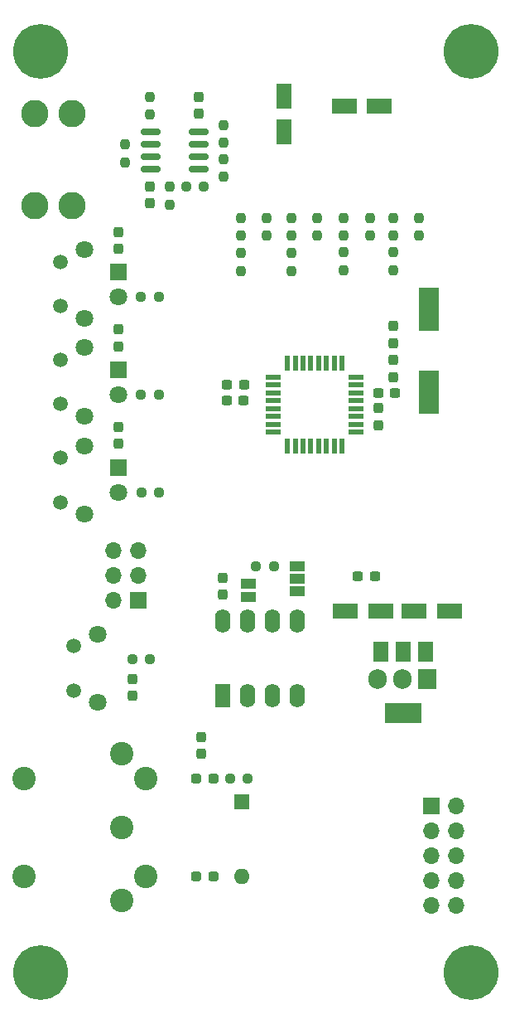
<source format=gts>
%TF.GenerationSoftware,KiCad,Pcbnew,(6.0.2)*%
%TF.CreationDate,2022-03-15T10:04:13+02:00*%
%TF.ProjectId,C-DAO,432d4441-4f2e-46b6-9963-61645f706362,0.1*%
%TF.SameCoordinates,Original*%
%TF.FileFunction,Soldermask,Top*%
%TF.FilePolarity,Negative*%
%FSLAX46Y46*%
G04 Gerber Fmt 4.6, Leading zero omitted, Abs format (unit mm)*
G04 Created by KiCad (PCBNEW (6.0.2)) date 2022-03-15 10:04:13*
%MOMM*%
%LPD*%
G01*
G04 APERTURE LIST*
G04 Aperture macros list*
%AMRoundRect*
0 Rectangle with rounded corners*
0 $1 Rounding radius*
0 $2 $3 $4 $5 $6 $7 $8 $9 X,Y pos of 4 corners*
0 Add a 4 corners polygon primitive as box body*
4,1,4,$2,$3,$4,$5,$6,$7,$8,$9,$2,$3,0*
0 Add four circle primitives for the rounded corners*
1,1,$1+$1,$2,$3*
1,1,$1+$1,$4,$5*
1,1,$1+$1,$6,$7*
1,1,$1+$1,$8,$9*
0 Add four rect primitives between the rounded corners*
20,1,$1+$1,$2,$3,$4,$5,0*
20,1,$1+$1,$4,$5,$6,$7,0*
20,1,$1+$1,$6,$7,$8,$9,0*
20,1,$1+$1,$8,$9,$2,$3,0*%
G04 Aperture macros list end*
%ADD10C,1.498600*%
%ADD11C,1.803400*%
%ADD12R,1.800000X1.800000*%
%ADD13C,1.800000*%
%ADD14R,1.600000X0.550000*%
%ADD15R,0.550000X1.600000*%
%ADD16R,1.500000X1.000000*%
%ADD17RoundRect,0.237500X0.237500X-0.250000X0.237500X0.250000X-0.237500X0.250000X-0.237500X-0.250000X0*%
%ADD18C,3.600000*%
%ADD19C,5.600000*%
%ADD20RoundRect,0.237500X0.250000X0.237500X-0.250000X0.237500X-0.250000X-0.237500X0.250000X-0.237500X0*%
%ADD21RoundRect,0.237500X0.237500X-0.300000X0.237500X0.300000X-0.237500X0.300000X-0.237500X-0.300000X0*%
%ADD22C,2.800000*%
%ADD23R,1.700000X1.700000*%
%ADD24O,1.700000X1.700000*%
%ADD25RoundRect,0.237500X-0.237500X0.300000X-0.237500X-0.300000X0.237500X-0.300000X0.237500X0.300000X0*%
%ADD26RoundRect,0.237500X-0.250000X-0.237500X0.250000X-0.237500X0.250000X0.237500X-0.250000X0.237500X0*%
%ADD27R,1.905000X2.000000*%
%ADD28O,1.905000X2.000000*%
%ADD29RoundRect,0.237500X0.300000X0.237500X-0.300000X0.237500X-0.300000X-0.237500X0.300000X-0.237500X0*%
%ADD30RoundRect,0.237500X-0.237500X0.250000X-0.237500X-0.250000X0.237500X-0.250000X0.237500X0.250000X0*%
%ADD31RoundRect,0.250000X1.050000X0.550000X-1.050000X0.550000X-1.050000X-0.550000X1.050000X-0.550000X0*%
%ADD32RoundRect,0.237500X-0.300000X-0.237500X0.300000X-0.237500X0.300000X0.237500X-0.300000X0.237500X0*%
%ADD33RoundRect,0.237500X-0.287500X-0.237500X0.287500X-0.237500X0.287500X0.237500X-0.287500X0.237500X0*%
%ADD34R,1.600000X2.400000*%
%ADD35O,1.600000X2.400000*%
%ADD36R,1.500000X2.000000*%
%ADD37R,3.800000X2.000000*%
%ADD38R,2.000000X4.500000*%
%ADD39R,1.600000X1.600000*%
%ADD40O,1.600000X1.600000*%
%ADD41C,2.400000*%
%ADD42RoundRect,0.250000X-1.050000X-0.550000X1.050000X-0.550000X1.050000X0.550000X-1.050000X0.550000X0*%
%ADD43RoundRect,0.250000X0.550000X-1.050000X0.550000X1.050000X-0.550000X1.050000X-0.550000X-1.050000X0*%
%ADD44RoundRect,0.150000X0.825000X0.150000X-0.825000X0.150000X-0.825000X-0.150000X0.825000X-0.150000X0*%
G04 APERTURE END LIST*
D10*
X112000000Y-95500000D03*
X112000000Y-99995800D03*
D11*
X114489200Y-94242700D03*
X114489200Y-101253100D03*
D10*
X112000000Y-85500000D03*
X112000000Y-89995800D03*
D11*
X114489200Y-84242700D03*
X114489200Y-91253100D03*
D10*
X112000000Y-75500000D03*
X112000000Y-79995800D03*
D11*
X114489200Y-74242700D03*
X114489200Y-81253100D03*
D10*
X113363800Y-114720600D03*
X113363800Y-119216400D03*
D11*
X115853000Y-113463300D03*
X115853000Y-120473700D03*
D12*
X118000000Y-76480000D03*
D13*
X118000000Y-79020000D03*
D12*
X118000000Y-96480000D03*
D13*
X118000000Y-99020000D03*
D12*
X118000000Y-86480000D03*
D13*
X118000000Y-89020000D03*
D14*
X142299000Y-92843000D03*
X142299000Y-92043000D03*
X142299000Y-91243000D03*
X142299000Y-90443000D03*
X142299000Y-89643000D03*
X142299000Y-88843000D03*
X142299000Y-88043000D03*
X142299000Y-87243000D03*
D15*
X140849000Y-85793000D03*
X140049000Y-85793000D03*
X139249000Y-85793000D03*
X138449000Y-85793000D03*
X137649000Y-85793000D03*
X136849000Y-85793000D03*
X136049000Y-85793000D03*
X135249000Y-85793000D03*
D14*
X133799000Y-87243000D03*
X133799000Y-88043000D03*
X133799000Y-88843000D03*
X133799000Y-89643000D03*
X133799000Y-90443000D03*
X133799000Y-91243000D03*
X133799000Y-92043000D03*
X133799000Y-92843000D03*
D15*
X135249000Y-94293000D03*
X136049000Y-94293000D03*
X136849000Y-94293000D03*
X137649000Y-94293000D03*
X138449000Y-94293000D03*
X139249000Y-94293000D03*
X140049000Y-94293000D03*
X140849000Y-94293000D03*
D16*
X136271000Y-106523000D03*
X136271000Y-107823000D03*
X136271000Y-109123000D03*
D17*
X130500000Y-76412500D03*
X130500000Y-74587500D03*
D18*
X110000000Y-148000000D03*
D19*
X110000000Y-148000000D03*
D17*
X130500000Y-72787500D03*
X130500000Y-70962500D03*
D20*
X133858000Y-106553000D03*
X132033000Y-106553000D03*
D21*
X126200000Y-60325000D03*
X126200000Y-58600000D03*
D17*
X133100000Y-72812500D03*
X133100000Y-70987500D03*
D20*
X121212500Y-116000000D03*
X119387500Y-116000000D03*
D19*
X154000000Y-54000000D03*
D18*
X154000000Y-54000000D03*
D22*
X109400000Y-60300000D03*
X109400000Y-69700000D03*
X113200000Y-69700000D03*
X113200000Y-60300000D03*
D23*
X120000000Y-110000000D03*
D24*
X117460000Y-110000000D03*
X120000000Y-107460000D03*
X117460000Y-107460000D03*
X120000000Y-104920000D03*
X117460000Y-104920000D03*
D25*
X121200000Y-67775000D03*
X121200000Y-69500000D03*
D21*
X126400000Y-125700000D03*
X126400000Y-123975000D03*
D18*
X154000000Y-148000000D03*
D19*
X154000000Y-148000000D03*
D23*
X150000000Y-131000000D03*
D24*
X152540000Y-131000000D03*
X150000000Y-133540000D03*
X152540000Y-133540000D03*
X150000000Y-136080000D03*
X152540000Y-136080000D03*
X150000000Y-138620000D03*
X152540000Y-138620000D03*
X150000000Y-141160000D03*
X152540000Y-141160000D03*
D17*
X138300000Y-72812500D03*
X138300000Y-70987500D03*
D26*
X129375000Y-128200000D03*
X131200000Y-128200000D03*
D20*
X122112500Y-79000000D03*
X120287500Y-79000000D03*
D27*
X149540000Y-118055000D03*
D28*
X147000000Y-118055000D03*
X144460000Y-118055000D03*
D17*
X146100000Y-76287500D03*
X146100000Y-74462500D03*
D29*
X130762500Y-89600000D03*
X129037500Y-89600000D03*
D30*
X128700000Y-64975000D03*
X128700000Y-66800000D03*
D17*
X143700000Y-72812500D03*
X143700000Y-70987500D03*
D31*
X144675000Y-59563000D03*
X141075000Y-59563000D03*
D30*
X118600000Y-63487500D03*
X118600000Y-65312500D03*
D17*
X135700000Y-72812500D03*
X135700000Y-70987500D03*
D21*
X118000000Y-94062500D03*
X118000000Y-92337500D03*
D32*
X142475000Y-107600000D03*
X144200000Y-107600000D03*
D33*
X125950000Y-128200000D03*
X127700000Y-128200000D03*
D34*
X128600000Y-119800000D03*
D35*
X131140000Y-119800000D03*
X133680000Y-119800000D03*
X136220000Y-119800000D03*
X136220000Y-112180000D03*
X133680000Y-112180000D03*
X131140000Y-112180000D03*
X128600000Y-112180000D03*
D25*
X144526000Y-90424000D03*
X144526000Y-92149000D03*
D20*
X126700000Y-67800000D03*
X124875000Y-67800000D03*
X122100000Y-89000000D03*
X120275000Y-89000000D03*
D17*
X123200000Y-69612500D03*
X123200000Y-67787500D03*
D32*
X144526000Y-88900000D03*
X146251000Y-88900000D03*
D16*
X131216400Y-109656400D03*
X131216400Y-108356400D03*
D33*
X125950000Y-138200000D03*
X127700000Y-138200000D03*
D36*
X149400000Y-115250000D03*
X147100000Y-115250000D03*
D37*
X147100000Y-121550000D03*
D36*
X144800000Y-115250000D03*
D17*
X141000000Y-72787500D03*
X141000000Y-70962500D03*
D25*
X146100000Y-82037500D03*
X146100000Y-83762500D03*
D17*
X148700000Y-72787500D03*
X148700000Y-70962500D03*
D18*
X110000000Y-54000000D03*
D19*
X110000000Y-54000000D03*
D30*
X121200000Y-58600000D03*
X121200000Y-60425000D03*
D38*
X149700000Y-80300000D03*
X149700000Y-88800000D03*
D39*
X130600000Y-130590000D03*
D40*
X130600000Y-138210000D03*
D21*
X128600000Y-109425000D03*
X128600000Y-107700000D03*
D25*
X119400000Y-118075000D03*
X119400000Y-119800000D03*
D20*
X122125000Y-99000000D03*
X120300000Y-99000000D03*
D17*
X135700000Y-76400000D03*
X135700000Y-74575000D03*
D41*
X118300000Y-133200000D03*
X118300000Y-125700000D03*
X118300000Y-140700000D03*
X120800000Y-128200000D03*
X120800000Y-138200000D03*
X108300000Y-138200000D03*
X108300000Y-128200000D03*
D42*
X141200000Y-111100000D03*
X144800000Y-111100000D03*
D29*
X130800000Y-88000000D03*
X129075000Y-88000000D03*
D21*
X118000000Y-84100000D03*
X118000000Y-82375000D03*
D43*
X134874000Y-62147000D03*
X134874000Y-58547000D03*
D17*
X146100000Y-72800000D03*
X146100000Y-70975000D03*
D31*
X151800000Y-111100000D03*
X148200000Y-111100000D03*
D30*
X128700000Y-61487500D03*
X128700000Y-63312500D03*
D44*
X126175000Y-66017500D03*
X126175000Y-64747500D03*
X126175000Y-63477500D03*
X126175000Y-62207500D03*
X121225000Y-62207500D03*
X121225000Y-63477500D03*
X121225000Y-64747500D03*
X121225000Y-66017500D03*
D21*
X146100000Y-87225000D03*
X146100000Y-85500000D03*
D17*
X141000000Y-76312500D03*
X141000000Y-74487500D03*
D21*
X118000000Y-74162500D03*
X118000000Y-72437500D03*
M02*

</source>
